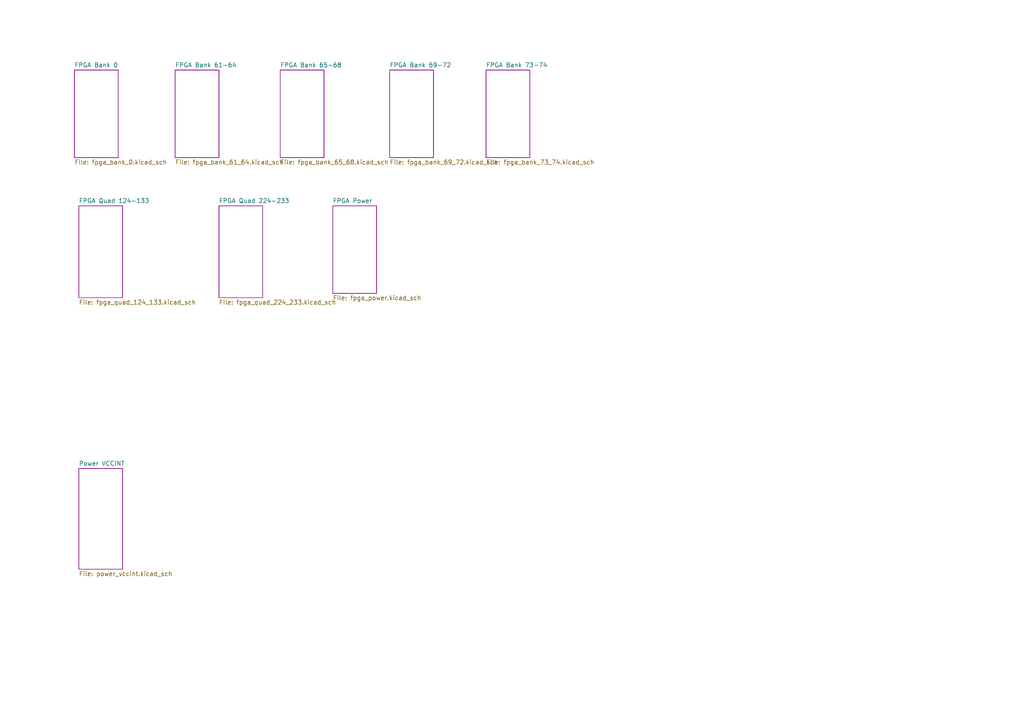
<source format=kicad_sch>
(kicad_sch
	(version 20231120)
	(generator "eeschema")
	(generator_version "8.0")
	(uuid "01ed9e92-4e50-4b41-90dc-10444aaec5f7")
	(paper "A4")
	(lib_symbols)
	(sheet
		(at 113.03 20.32)
		(size 12.7 25.4)
		(fields_autoplaced yes)
		(stroke
			(width 0.1524)
			(type solid)
			(color 132 0 132 1)
		)
		(fill
			(color 255 255 255 0.0000)
		)
		(uuid "048d3720-1b47-40c5-b543-cd301b5cf3fd")
		(property "Sheetname" "FPGA Bank 69-72"
			(at 113.03 19.6084 0)
			(effects
				(font
					(size 1.27 1.27)
				)
				(justify left bottom)
			)
		)
		(property "Sheetfile" "fpga_bank_69_72.kicad_sch"
			(at 113.03 46.3046 0)
			(effects
				(font
					(size 1.27 1.27)
				)
				(justify left top)
			)
		)
		(instances
			(project "fpga_candelabra"
				(path "/01ed9e92-4e50-4b41-90dc-10444aaec5f7"
					(page "5")
				)
			)
		)
	)
	(sheet
		(at 21.59 20.32)
		(size 12.7 25.4)
		(fields_autoplaced yes)
		(stroke
			(width 0.1524)
			(type solid)
			(color 132 0 132 1)
		)
		(fill
			(color 255 255 255 0.0000)
		)
		(uuid "0df37852-5abd-4cfe-b75c-3e9a6ffc61f9")
		(property "Sheetname" "FPGA Bank 0"
			(at 21.59 19.6084 0)
			(effects
				(font
					(size 1.27 1.27)
				)
				(justify left bottom)
			)
		)
		(property "Sheetfile" "fpga_bank_0.kicad_sch"
			(at 21.59 46.3046 0)
			(effects
				(font
					(size 1.27 1.27)
				)
				(justify left top)
			)
		)
		(instances
			(project "fpga_candelabra"
				(path "/01ed9e92-4e50-4b41-90dc-10444aaec5f7"
					(page "2")
				)
			)
		)
	)
	(sheet
		(at 22.86 59.69)
		(size 12.7 26.67)
		(fields_autoplaced yes)
		(stroke
			(width 0.1524)
			(type solid)
			(color 132 0 132 1)
		)
		(fill
			(color 255 255 255 0.0000)
		)
		(uuid "310973a6-bc21-45fe-bd00-1791bfe6ed49")
		(property "Sheetname" "FPGA Quad 124-133"
			(at 22.86 58.9784 0)
			(effects
				(font
					(size 1.27 1.27)
				)
				(justify left bottom)
			)
		)
		(property "Sheetfile" "fpga_quad_124_133.kicad_sch"
			(at 22.86 86.9446 0)
			(effects
				(font
					(size 1.27 1.27)
				)
				(justify left top)
			)
		)
		(instances
			(project "fpga_candelabra"
				(path "/01ed9e92-4e50-4b41-90dc-10444aaec5f7"
					(page "7")
				)
			)
		)
	)
	(sheet
		(at 81.28 20.32)
		(size 12.7 25.4)
		(fields_autoplaced yes)
		(stroke
			(width 0.1524)
			(type solid)
			(color 132 0 132 1)
		)
		(fill
			(color 255 255 255 0.0000)
		)
		(uuid "5db380f9-cfea-4726-897e-a7a0af44c8e1")
		(property "Sheetname" "FPGA Bank 65-68"
			(at 81.28 19.6084 0)
			(effects
				(font
					(size 1.27 1.27)
				)
				(justify left bottom)
			)
		)
		(property "Sheetfile" "fpga_bank_65_68.kicad_sch"
			(at 81.28 46.3046 0)
			(effects
				(font
					(size 1.27 1.27)
				)
				(justify left top)
			)
		)
		(instances
			(project "fpga_candelabra"
				(path "/01ed9e92-4e50-4b41-90dc-10444aaec5f7"
					(page "4")
				)
			)
		)
	)
	(sheet
		(at 140.97 20.32)
		(size 12.7 25.4)
		(fields_autoplaced yes)
		(stroke
			(width 0.1524)
			(type solid)
			(color 132 0 132 1)
		)
		(fill
			(color 255 255 255 0.0000)
		)
		(uuid "68a04483-887a-4f96-a7ac-ff48e9ea8a41")
		(property "Sheetname" "FPGA Bank 73-74"
			(at 140.97 19.6084 0)
			(effects
				(font
					(size 1.27 1.27)
				)
				(justify left bottom)
			)
		)
		(property "Sheetfile" "fpga_bank_73_74.kicad_sch"
			(at 140.97 46.3046 0)
			(effects
				(font
					(size 1.27 1.27)
				)
				(justify left top)
			)
		)
		(instances
			(project "fpga_candelabra"
				(path "/01ed9e92-4e50-4b41-90dc-10444aaec5f7"
					(page "6")
				)
			)
		)
	)
	(sheet
		(at 50.8 20.32)
		(size 12.7 25.4)
		(fields_autoplaced yes)
		(stroke
			(width 0.1524)
			(type solid)
			(color 132 0 132 1)
		)
		(fill
			(color 255 255 255 0.0000)
		)
		(uuid "7068e078-a22b-4ea0-8b1f-88b1ba691cbb")
		(property "Sheetname" "FPGA Bank 61-64"
			(at 50.8 19.6084 0)
			(effects
				(font
					(size 1.27 1.27)
				)
				(justify left bottom)
			)
		)
		(property "Sheetfile" "fpga_bank_61_64.kicad_sch"
			(at 50.8 46.3046 0)
			(effects
				(font
					(size 1.27 1.27)
				)
				(justify left top)
			)
		)
		(instances
			(project "fpga_candelabra"
				(path "/01ed9e92-4e50-4b41-90dc-10444aaec5f7"
					(page "3")
				)
			)
		)
	)
	(sheet
		(at 96.52 59.69)
		(size 12.7 25.4)
		(fields_autoplaced yes)
		(stroke
			(width 0.1524)
			(type solid)
			(color 132 0 132 1)
		)
		(fill
			(color 255 255 255 0.0000)
		)
		(uuid "8691c66c-5a64-4c17-8ed2-cfe2f553eb70")
		(property "Sheetname" "FPGA Power"
			(at 96.52 58.9784 0)
			(effects
				(font
					(size 1.27 1.27)
				)
				(justify left bottom)
			)
		)
		(property "Sheetfile" "fpga_power.kicad_sch"
			(at 96.52 85.6746 0)
			(effects
				(font
					(size 1.27 1.27)
				)
				(justify left top)
			)
		)
		(instances
			(project "fpga_candelabra"
				(path "/01ed9e92-4e50-4b41-90dc-10444aaec5f7"
					(page "9")
				)
			)
		)
	)
	(sheet
		(at 22.86 135.89)
		(size 12.7 29.21)
		(fields_autoplaced yes)
		(stroke
			(width 0.1524)
			(type solid)
			(color 132 0 132 1)
		)
		(fill
			(color 255 255 255 0.0000)
		)
		(uuid "beaa4e74-1d18-44b4-b7c5-122d2a26ede8")
		(property "Sheetname" "Power VCCINT"
			(at 22.86 135.1784 0)
			(effects
				(font
					(size 1.27 1.27)
				)
				(justify left bottom)
			)
		)
		(property "Sheetfile" "power_vccint.kicad_sch"
			(at 22.86 165.6846 0)
			(effects
				(font
					(size 1.27 1.27)
				)
				(justify left top)
			)
		)
		(instances
			(project "fpga_candelabra"
				(path "/01ed9e92-4e50-4b41-90dc-10444aaec5f7"
					(page "10")
				)
			)
		)
	)
	(sheet
		(at 63.5 59.69)
		(size 12.7 26.67)
		(fields_autoplaced yes)
		(stroke
			(width 0.1524)
			(type solid)
			(color 132 0 132 1)
		)
		(fill
			(color 255 255 255 0.0000)
		)
		(uuid "fa9c3262-83d7-482a-91ab-582631ac4fc5")
		(property "Sheetname" "FPGA Quad 224-233"
			(at 63.5 58.9784 0)
			(effects
				(font
					(size 1.27 1.27)
				)
				(justify left bottom)
			)
		)
		(property "Sheetfile" "fpga_quad_224_233.kicad_sch"
			(at 63.5 86.9446 0)
			(effects
				(font
					(size 1.27 1.27)
				)
				(justify left top)
			)
		)
		(instances
			(project "fpga_candelabra"
				(path "/01ed9e92-4e50-4b41-90dc-10444aaec5f7"
					(page "8")
				)
			)
		)
	)
	(sheet_instances
		(path "/"
			(page "1")
		)
	)
)
</source>
